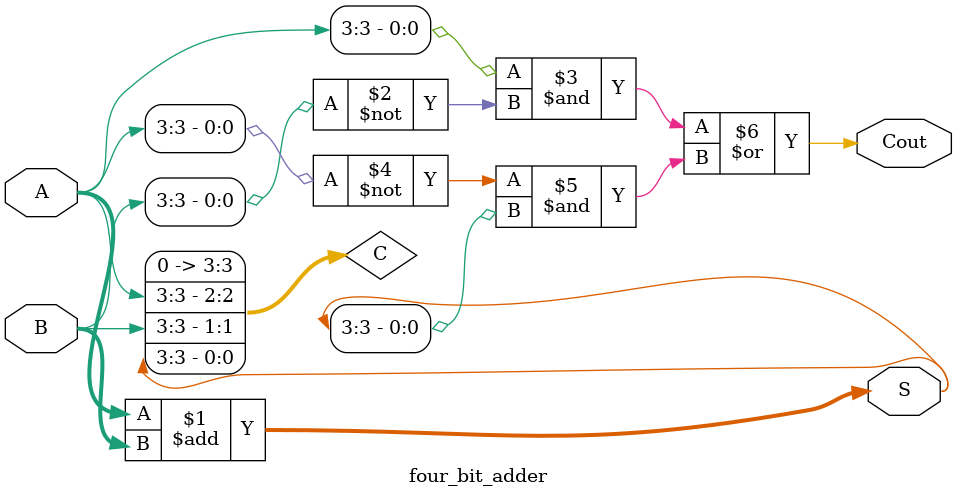
<source format=v>
module four_bit_adder(
  input [3:0] A,
  input [3:0] B,
  output [3:0] S,
  output Cout
);

  wire [3:0] C;

  assign S = A + B;
  assign C = {A[3], B[3], S[3]};

  assign Cout = (C[2] & ~C[1]) | (~C[2] & C[0]);

endmodule
</source>
